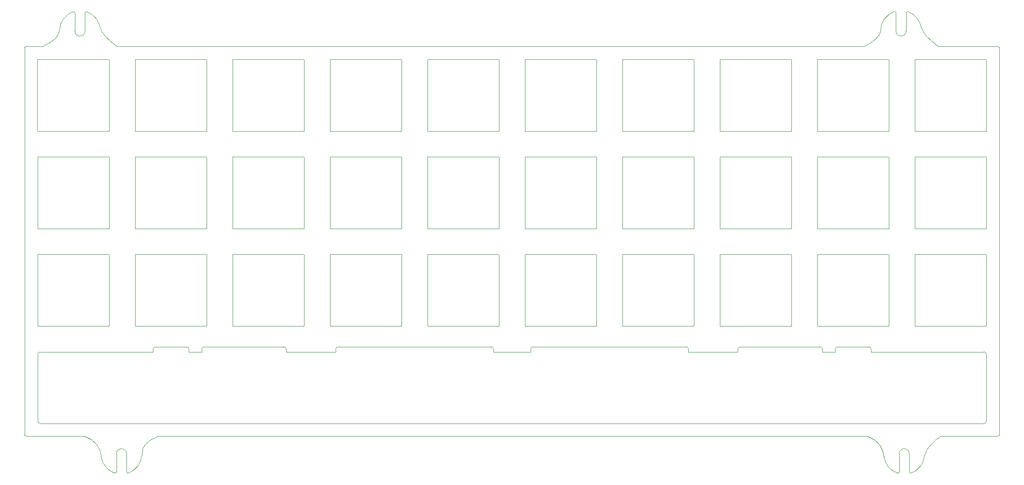
<source format=gbr>
G04 #@! TF.GenerationSoftware,KiCad,Pcbnew,(5.1.5-0-10_14)*
G04 #@! TF.CreationDate,2021-05-22T22:52:06+03:00*
G04 #@! TF.ProjectId,Umo FR4 Plates,556d6f20-4652-4342-9050-6c617465732e,rev?*
G04 #@! TF.SameCoordinates,Original*
G04 #@! TF.FileFunction,Profile,NP*
%FSLAX46Y46*%
G04 Gerber Fmt 4.6, Leading zero omitted, Abs format (unit mm)*
G04 Created by KiCad (PCBNEW (5.1.5-0-10_14)) date 2021-05-22 22:52:06*
%MOMM*%
%LPD*%
G04 APERTURE LIST*
%ADD10C,0.100000*%
G04 APERTURE END LIST*
D10*
X214711983Y-121617348D02*
X208711983Y-121617348D01*
X218211983Y-121617348D02*
X214711983Y-121617348D01*
X219498983Y-121617348D02*
X218211983Y-121617348D01*
X224261983Y-121617348D02*
X219498983Y-121617348D01*
X232498983Y-121617348D02*
X224261983Y-121617348D01*
X237261983Y-121617348D02*
X232498983Y-121617348D01*
X237761983Y-121117348D02*
G75*
G02X237261983Y-121617348I-500000J0D01*
G01*
X237761983Y-108117348D02*
X237761983Y-121117348D01*
X237261983Y-107617348D02*
G75*
G02X237761983Y-108117348I0J-500000D01*
G01*
X232498983Y-107617348D02*
X237261983Y-107617348D01*
X224261983Y-107617348D02*
X232498983Y-107617348D01*
X219498983Y-107617348D02*
X224261983Y-107617348D01*
X218211983Y-107617348D02*
X219498983Y-107617348D01*
X215211983Y-107617348D02*
X218211983Y-107617348D01*
X215211983Y-107117348D02*
X215211983Y-107617348D01*
X214711983Y-106617348D02*
G75*
G02X215211983Y-107117348I0J-500000D01*
G01*
X208711983Y-106617348D02*
X214711983Y-106617348D01*
X208211983Y-107117348D02*
G75*
G02X208711983Y-106617348I500000J0D01*
G01*
X208211983Y-107617348D02*
X208211983Y-107117348D01*
X205686983Y-107617348D02*
X208211983Y-107617348D01*
X205686983Y-107117348D02*
X205686983Y-107617348D01*
X205186983Y-106617348D02*
G75*
G02X205686983Y-107117348I0J-500000D01*
G01*
X199186983Y-106617348D02*
X205186983Y-106617348D01*
X195661983Y-106617348D02*
X199186983Y-106617348D01*
X192074983Y-106617348D02*
X195661983Y-106617348D01*
X189661983Y-106617348D02*
X192074983Y-106617348D01*
X189161983Y-107117348D02*
G75*
G02X189661983Y-106617348I500000J0D01*
G01*
X189161983Y-107617348D02*
X189161983Y-107117348D01*
X186161983Y-107617348D02*
X189161983Y-107617348D01*
X180111983Y-107617348D02*
X186161983Y-107617348D01*
X179524983Y-107617348D02*
X180111983Y-107617348D01*
X179524983Y-107117348D02*
X179524983Y-107617348D01*
X179024983Y-106617348D02*
G75*
G02X179524983Y-107117348I0J-500000D01*
G01*
X174198983Y-106617348D02*
X179024983Y-106617348D01*
X173024983Y-106617348D02*
X174198983Y-106617348D01*
X168198983Y-106617348D02*
X173024983Y-106617348D01*
X161086983Y-106617348D02*
X168198983Y-106617348D01*
X157561983Y-106617348D02*
X161086983Y-106617348D01*
X155148983Y-106617348D02*
X157561983Y-106617348D01*
X153974983Y-106617348D02*
X155148983Y-106617348D01*
X151561983Y-106617348D02*
X153974983Y-106617348D01*
X149148983Y-106617348D02*
X151561983Y-106617348D01*
X148648983Y-107117348D02*
G75*
G02X149148983Y-106617348I500000J0D01*
G01*
X148648983Y-107617348D02*
X148648983Y-107117348D01*
X148061983Y-107617348D02*
X148648983Y-107617348D01*
X142011983Y-107617348D02*
X148061983Y-107617348D01*
X141424983Y-107617348D02*
X142011983Y-107617348D01*
X141424983Y-107117348D02*
X141424983Y-107617348D01*
X140924983Y-106617348D02*
G75*
G02X141424983Y-107117348I0J-500000D01*
G01*
X138511983Y-106617348D02*
X140924983Y-106617348D01*
X136098983Y-106617348D02*
X138511983Y-106617348D01*
X134924983Y-106617348D02*
X136098983Y-106617348D01*
X132511983Y-106617348D02*
X134924983Y-106617348D01*
X130098983Y-106617348D02*
X132511983Y-106617348D01*
X122986983Y-106617348D02*
X130098983Y-106617348D01*
X117048983Y-106617348D02*
X122986983Y-106617348D01*
X115874983Y-106617348D02*
X117048983Y-106617348D01*
X111048983Y-106617348D02*
X115874983Y-106617348D01*
X110548983Y-107117348D02*
G75*
G02X111048983Y-106617348I500000J0D01*
G01*
X110548983Y-107617348D02*
X110548983Y-107117348D01*
X109961983Y-107617348D02*
X110548983Y-107617348D01*
X103911983Y-107617348D02*
X109961983Y-107617348D01*
X100911983Y-107617348D02*
X103911983Y-107617348D01*
X100911983Y-107117348D02*
X100911983Y-107617348D01*
X100411983Y-106617348D02*
G75*
G02X100911983Y-107117348I0J-500000D01*
G01*
X97998983Y-106617348D02*
X100411983Y-106617348D01*
X94411983Y-106617348D02*
X97998983Y-106617348D01*
X91998983Y-106617348D02*
X94411983Y-106617348D01*
X84886983Y-106617348D02*
X91998983Y-106617348D01*
X84386983Y-107117348D02*
G75*
G02X84886983Y-106617348I500000J0D01*
G01*
X84386983Y-107617348D02*
X84386983Y-107117348D01*
X81861983Y-107617348D02*
X84386983Y-107617348D01*
X81861983Y-107117348D02*
X81861983Y-107617348D01*
X81361983Y-106617348D02*
G75*
G02X81861983Y-107117348I0J-500000D01*
G01*
X75361983Y-106617348D02*
X81361983Y-106617348D01*
X74861983Y-107117348D02*
G75*
G02X75361983Y-106617348I500000J0D01*
G01*
X74861983Y-107617348D02*
X74861983Y-107117348D01*
X71861983Y-107617348D02*
X74861983Y-107617348D01*
X70574483Y-107617348D02*
X71861983Y-107617348D01*
X65811983Y-107617348D02*
X70574483Y-107617348D01*
X57574483Y-107617348D02*
X65811983Y-107617348D01*
X52811983Y-107617348D02*
X57574483Y-107617348D01*
X52311983Y-108117348D02*
G75*
G02X52811983Y-107617348I500000J0D01*
G01*
X52311983Y-121117348D02*
X52311983Y-108117348D01*
X52811983Y-121617348D02*
G75*
G02X52311983Y-121117348I0J500000D01*
G01*
X57574483Y-121617348D02*
X52811983Y-121617348D01*
X65811983Y-121617348D02*
X57574483Y-121617348D01*
X70574483Y-121617348D02*
X65811983Y-121617348D01*
X71861983Y-121617348D02*
X70574483Y-121617348D01*
X75361983Y-121617348D02*
X71861983Y-121617348D01*
X81361983Y-121617348D02*
X75361983Y-121617348D01*
X84861983Y-121617348D02*
X81361983Y-121617348D01*
X84874482Y-121617192D02*
X84861983Y-121617348D01*
X86149483Y-121617348D02*
X84874482Y-121617192D01*
X90886983Y-121617348D02*
X86149483Y-121617348D01*
X90911983Y-121617348D02*
X90886983Y-121617348D01*
X91998983Y-121617348D02*
X90911983Y-121617348D01*
X94411983Y-121617348D02*
X91998983Y-121617348D01*
X97998983Y-121617348D02*
X94411983Y-121617348D01*
X99149483Y-121617348D02*
X97998983Y-121617348D01*
X100411983Y-121617348D02*
X99149483Y-121617348D01*
X100436983Y-121617348D02*
X100411983Y-121617348D01*
X103911983Y-121617348D02*
X100436983Y-121617348D01*
X109961983Y-121617348D02*
X103911983Y-121617348D01*
X111048983Y-121617348D02*
X109961983Y-121617348D01*
X113436983Y-121617348D02*
X111048983Y-121617348D01*
X115874983Y-121617348D02*
X113436983Y-121617348D01*
X117048983Y-121617348D02*
X115874983Y-121617348D01*
X119486983Y-121617348D02*
X117048983Y-121617348D01*
X121874983Y-121617348D02*
X119486983Y-121617348D01*
X122961983Y-121617348D02*
X121874983Y-121617348D01*
X122986983Y-121617348D02*
X122961983Y-121617348D01*
X128986983Y-121617348D02*
X122986983Y-121617348D01*
X129011983Y-121617348D02*
X128986983Y-121617348D01*
X130098983Y-121617348D02*
X129011983Y-121617348D01*
X132486983Y-121617348D02*
X130098983Y-121617348D01*
X132511983Y-121617348D02*
X132486983Y-121617348D01*
X134924983Y-121617348D02*
X132511983Y-121617348D01*
X136098983Y-121617348D02*
X134924983Y-121617348D01*
X138511983Y-121617348D02*
X136098983Y-121617348D01*
X138536983Y-121617348D02*
X138511983Y-121617348D01*
X140924983Y-121617348D02*
X138536983Y-121617348D01*
X142011983Y-121617348D02*
X140924983Y-121617348D01*
X148061983Y-121617348D02*
X142011983Y-121617348D01*
X149148983Y-121617348D02*
X148061983Y-121617348D01*
X151536983Y-121617348D02*
X149148983Y-121617348D01*
X151561983Y-121617348D02*
X151536983Y-121617348D01*
X153974983Y-121617348D02*
X151561983Y-121617348D01*
X155148983Y-121617348D02*
X153974983Y-121617348D01*
X157561983Y-121617348D02*
X155148983Y-121617348D01*
X157586983Y-121617348D02*
X157561983Y-121617348D01*
X159974983Y-121617348D02*
X157586983Y-121617348D01*
X161061983Y-121617348D02*
X159974983Y-121617348D01*
X161086983Y-121617348D02*
X161061983Y-121617348D01*
X167086983Y-121617348D02*
X161086983Y-121617348D01*
X167111983Y-121617348D02*
X167086983Y-121617348D01*
X168198983Y-121617348D02*
X167111983Y-121617348D01*
X170586983Y-121617348D02*
X168198983Y-121617348D01*
X173024983Y-121617348D02*
X170586983Y-121617348D01*
X174198983Y-121617348D02*
X173024983Y-121617348D01*
X176636983Y-121617348D02*
X174198983Y-121617348D01*
X179024983Y-121617348D02*
X176636983Y-121617348D01*
X180111983Y-121617348D02*
X179024983Y-121617348D01*
X186161983Y-121617348D02*
X180111983Y-121617348D01*
X189636983Y-121617348D02*
X186161983Y-121617348D01*
X189661983Y-121617348D02*
X189636983Y-121617348D01*
X190924983Y-121617348D02*
X189661983Y-121617348D01*
X192074983Y-121617348D02*
X190924983Y-121617348D01*
X195661983Y-121617348D02*
X192074983Y-121617348D01*
X198074983Y-121617348D02*
X195661983Y-121617348D01*
X199161983Y-121617348D02*
X198074983Y-121617348D01*
X199186983Y-121617348D02*
X199161983Y-121617348D01*
X203924983Y-121617348D02*
X199186983Y-121617348D01*
X205186983Y-121617348D02*
X203924983Y-121617348D01*
X205211983Y-121617348D02*
X205186983Y-121617348D01*
X208711983Y-121617348D02*
X205211983Y-121617348D01*
X220348743Y-131326097D02*
G75*
G02X217739182Y-128228343I1333334J3771236D01*
G01*
X61566690Y-41335463D02*
G75*
G02X61900023Y-41099761I250000J0D01*
G01*
X220682077Y-127554964D02*
X220682077Y-131090395D01*
X240013761Y-124120640D02*
X228881910Y-124120640D01*
X240013761Y-47920640D02*
G75*
G02X240263761Y-48170640I0J-250000D01*
G01*
X217071032Y-44684673D02*
G75*
G02X219733357Y-41099761I3995658J-186324D01*
G01*
X59233357Y-41099755D02*
G75*
G02X59566690Y-41335457I83333J-235702D01*
G01*
X61566690Y-44870997D02*
X61566690Y-41335463D01*
X61566690Y-44870997D02*
G75*
G02X59566690Y-44870997I-1000000J0D01*
G01*
X222682077Y-127554861D02*
X222682077Y-131090401D01*
X49763761Y-48170640D02*
G75*
G02X50013761Y-47920640I250000J0D01*
G01*
X227769933Y-124836437D02*
X228881910Y-124120640D01*
X226855878Y-125672761D02*
X227769933Y-124836437D01*
X226165573Y-126645341D02*
X226855878Y-125672761D01*
X225677739Y-127741220D02*
X226165573Y-126645341D01*
X227028390Y-46886996D02*
X228337125Y-47920640D01*
X226010995Y-45916203D02*
X227028390Y-46886996D01*
X225342237Y-45020621D02*
X226010995Y-45916203D01*
X225009591Y-44197549D02*
X225342237Y-45020621D01*
X222066690Y-44870997D02*
X222066690Y-41335463D01*
X59566690Y-44870997D02*
X59566690Y-41335457D01*
X220066690Y-44870997D02*
X220066690Y-41335463D01*
X223015410Y-131326103D02*
G75*
G02X222682077Y-131090401I-83333J235702D01*
G01*
X219733357Y-41099761D02*
G75*
G02X220066690Y-41335463I83333J-235702D01*
G01*
X222066690Y-44870997D02*
G75*
G02X220066690Y-44870997I-1000000J0D01*
G01*
X222400024Y-41099761D02*
G75*
G02X225009591Y-44197549I-1333334J-3771236D01*
G01*
X220682077Y-127554964D02*
G75*
G02X222682077Y-127554861I1000000J103D01*
G01*
X222066690Y-41335463D02*
G75*
G02X222400023Y-41099761I250000J0D01*
G01*
X61900024Y-41099758D02*
G75*
G02X64509591Y-44197549I-1333338J-3771239D01*
G01*
X225677738Y-127741220D02*
G75*
G02X223015410Y-131326103I-3995661J186359D01*
G01*
X50013761Y-47920640D02*
X53336829Y-47920640D01*
X220682077Y-131090395D02*
G75*
G02X220348744Y-131326097I-250000J0D01*
G01*
X66528390Y-46886996D02*
X67837125Y-47920640D01*
X65510995Y-45916203D02*
X66528390Y-46886996D01*
X64842237Y-45020621D02*
X65510995Y-45916203D01*
X64509591Y-44197549D02*
X64842237Y-45020621D01*
X228337125Y-47920640D02*
X240013761Y-47920640D01*
X215165694Y-47155191D02*
X213836829Y-47920640D01*
X216174383Y-46362929D02*
X215165694Y-47155191D01*
X216803578Y-45538884D02*
X216174383Y-46362929D01*
X217071038Y-44684545D02*
X216803578Y-45538884D01*
X49763761Y-123870640D02*
X49763761Y-48170640D01*
X240263761Y-123870640D02*
G75*
G02X240013761Y-124120640I-250000J0D01*
G01*
X56571024Y-44684672D02*
G75*
G02X59233357Y-41099755I3995662J-186325D01*
G01*
X54665694Y-47155191D02*
X53336829Y-47920640D01*
X55674383Y-46362929D02*
X54665694Y-47155191D01*
X56303578Y-45538884D02*
X55674383Y-46362929D01*
X56571038Y-44684545D02*
X56303578Y-45538884D01*
X61432508Y-124120640D02*
X50013761Y-124120640D01*
X69682077Y-127554861D02*
X69682077Y-131090395D01*
X67837125Y-47920640D02*
X213836829Y-47920640D01*
X70015410Y-131326097D02*
G75*
G02X69682077Y-131090395I-83333J235702D01*
G01*
X214432508Y-124120640D02*
X75881910Y-124120640D01*
X240263761Y-48170640D02*
X240263761Y-123870640D01*
X67348743Y-131326097D02*
G75*
G02X64739200Y-128228451I1333334J3771236D01*
G01*
X72677728Y-127741331D02*
G75*
G02X70015410Y-131326097I-3995651J186470D01*
G01*
X67682077Y-127554878D02*
X67682077Y-131090395D01*
X50013761Y-124120640D02*
G75*
G02X49763761Y-123870640I0J250000D01*
G01*
X66266708Y-50503065D02*
X66266708Y-64403065D01*
X66216708Y-50453065D02*
G75*
G02X66266708Y-50503065I0J-50000D01*
G01*
X52316708Y-50453065D02*
X66216708Y-50453065D01*
X52266708Y-50503065D02*
G75*
G02X52316708Y-50453065I50000J0D01*
G01*
X52266708Y-64403065D02*
X52266708Y-50503065D01*
X52316708Y-64453065D02*
G75*
G02X52266708Y-64403065I0J50000D01*
G01*
X66216708Y-64453065D02*
X52316708Y-64453065D01*
X66266708Y-64403065D02*
G75*
G02X66216708Y-64453065I-50000J0D01*
G01*
X215788717Y-124784766D02*
X214432508Y-124120640D01*
X216807005Y-125680409D02*
X215788717Y-124784766D01*
X217444667Y-126836828D02*
X216807005Y-125680409D01*
X217739182Y-128228343D02*
X217444667Y-126836828D01*
X62798560Y-124770537D02*
X61432508Y-124120640D01*
X63820223Y-125661181D02*
X62798560Y-124770537D01*
X64454285Y-126822780D02*
X63820223Y-125661181D01*
X64739200Y-128228451D02*
X64454285Y-126822780D01*
X67682077Y-127554879D02*
G75*
G02X69682077Y-127554861I1000000J18D01*
G01*
X67682077Y-131090395D02*
G75*
G02X67348744Y-131326097I-250000J0D01*
G01*
X74446425Y-124769008D02*
X75881910Y-124120640D01*
X73407953Y-125578077D02*
X74446425Y-124769008D01*
X72829332Y-126573281D02*
X73407953Y-125578077D01*
X72677728Y-127741330D02*
X72829332Y-126573281D01*
X223740000Y-88610000D02*
G75*
G02X223790000Y-88560000I50000J0D01*
G01*
X223740000Y-102510000D02*
X223740000Y-88610000D01*
X223790000Y-102560000D02*
G75*
G02X223740000Y-102510000I0J50000D01*
G01*
X237690000Y-102560000D02*
X223790000Y-102560000D01*
X237740000Y-102510000D02*
G75*
G02X237690000Y-102560000I-50000J0D01*
G01*
X237740000Y-88610000D02*
X237740000Y-102510000D01*
X237690000Y-88560000D02*
G75*
G02X237740000Y-88610000I0J-50000D01*
G01*
X223790000Y-88560000D02*
X237690000Y-88560000D01*
X204690000Y-88610000D02*
G75*
G02X204740000Y-88560000I50000J0D01*
G01*
X204690000Y-102510000D02*
X204690000Y-88610000D01*
X204740000Y-102560000D02*
G75*
G02X204690000Y-102510000I0J50000D01*
G01*
X218640000Y-102560000D02*
X204740000Y-102560000D01*
X218690000Y-102510000D02*
G75*
G02X218640000Y-102560000I-50000J0D01*
G01*
X218690000Y-88610000D02*
X218690000Y-102510000D01*
X218640000Y-88560000D02*
G75*
G02X218690000Y-88610000I0J-50000D01*
G01*
X204740000Y-88560000D02*
X218640000Y-88560000D01*
X185640000Y-88610000D02*
G75*
G02X185690000Y-88560000I50000J0D01*
G01*
X185640000Y-102510000D02*
X185640000Y-88610000D01*
X185690000Y-102560000D02*
G75*
G02X185640000Y-102510000I0J50000D01*
G01*
X199590000Y-102560000D02*
X185690000Y-102560000D01*
X199640000Y-102510000D02*
G75*
G02X199590000Y-102560000I-50000J0D01*
G01*
X199640000Y-88610000D02*
X199640000Y-102510000D01*
X199590000Y-88560000D02*
G75*
G02X199640000Y-88610000I0J-50000D01*
G01*
X185690000Y-88560000D02*
X199590000Y-88560000D01*
X166590000Y-88610000D02*
G75*
G02X166640000Y-88560000I50000J0D01*
G01*
X166590000Y-102510000D02*
X166590000Y-88610000D01*
X166640000Y-102560000D02*
G75*
G02X166590000Y-102510000I0J50000D01*
G01*
X180540000Y-102560000D02*
X166640000Y-102560000D01*
X180590000Y-102510000D02*
G75*
G02X180540000Y-102560000I-50000J0D01*
G01*
X180590000Y-88610000D02*
X180590000Y-102510000D01*
X180540000Y-88560000D02*
G75*
G02X180590000Y-88610000I0J-50000D01*
G01*
X166640000Y-88560000D02*
X180540000Y-88560000D01*
X147540000Y-88610000D02*
G75*
G02X147590000Y-88560000I50000J0D01*
G01*
X147540000Y-102510000D02*
X147540000Y-88610000D01*
X147590000Y-102560000D02*
G75*
G02X147540000Y-102510000I0J50000D01*
G01*
X161490000Y-102560000D02*
X147590000Y-102560000D01*
X161540000Y-102510000D02*
G75*
G02X161490000Y-102560000I-50000J0D01*
G01*
X161540000Y-88610000D02*
X161540000Y-102510000D01*
X161490000Y-88560000D02*
G75*
G02X161540000Y-88610000I0J-50000D01*
G01*
X147590000Y-88560000D02*
X161490000Y-88560000D01*
X128490000Y-88610000D02*
G75*
G02X128540000Y-88560000I50000J0D01*
G01*
X128490000Y-102510000D02*
X128490000Y-88610000D01*
X128540000Y-102560000D02*
G75*
G02X128490000Y-102510000I0J50000D01*
G01*
X142440000Y-102560000D02*
X128540000Y-102560000D01*
X142490000Y-102510000D02*
G75*
G02X142440000Y-102560000I-50000J0D01*
G01*
X142490000Y-88610000D02*
X142490000Y-102510000D01*
X142440000Y-88560000D02*
G75*
G02X142490000Y-88610000I0J-50000D01*
G01*
X128540000Y-88560000D02*
X142440000Y-88560000D01*
X109440000Y-88610000D02*
G75*
G02X109490000Y-88560000I50000J0D01*
G01*
X109440000Y-102510000D02*
X109440000Y-88610000D01*
X109490000Y-102560000D02*
G75*
G02X109440000Y-102510000I0J50000D01*
G01*
X123390000Y-102560000D02*
X109490000Y-102560000D01*
X123440000Y-102510000D02*
G75*
G02X123390000Y-102560000I-50000J0D01*
G01*
X123440000Y-88610000D02*
X123440000Y-102510000D01*
X123390000Y-88560000D02*
G75*
G02X123440000Y-88610000I0J-50000D01*
G01*
X109490000Y-88560000D02*
X123390000Y-88560000D01*
X90390000Y-88610000D02*
G75*
G02X90440000Y-88560000I50000J0D01*
G01*
X90390000Y-102510000D02*
X90390000Y-88610000D01*
X90440000Y-102560000D02*
G75*
G02X90390000Y-102510000I0J50000D01*
G01*
X104340000Y-102560000D02*
X90440000Y-102560000D01*
X104390000Y-102510000D02*
G75*
G02X104340000Y-102560000I-50000J0D01*
G01*
X104390000Y-88610000D02*
X104390000Y-102510000D01*
X104340000Y-88560000D02*
G75*
G02X104390000Y-88610000I0J-50000D01*
G01*
X90440000Y-88560000D02*
X104340000Y-88560000D01*
X71340000Y-88610000D02*
G75*
G02X71390000Y-88560000I50000J0D01*
G01*
X71340000Y-102510000D02*
X71340000Y-88610000D01*
X71390000Y-102560000D02*
G75*
G02X71340000Y-102510000I0J50000D01*
G01*
X85290000Y-102560000D02*
X71390000Y-102560000D01*
X85340000Y-102510000D02*
G75*
G02X85290000Y-102560000I-50000J0D01*
G01*
X85340000Y-88610000D02*
X85340000Y-102510000D01*
X85290000Y-88560000D02*
G75*
G02X85340000Y-88610000I0J-50000D01*
G01*
X71390000Y-88560000D02*
X85290000Y-88560000D01*
X52290000Y-88610000D02*
G75*
G02X52340000Y-88560000I50000J0D01*
G01*
X52290000Y-102510000D02*
X52290000Y-88610000D01*
X52340000Y-102560000D02*
G75*
G02X52290000Y-102510000I0J50000D01*
G01*
X66240000Y-102560000D02*
X52340000Y-102560000D01*
X66290000Y-102510000D02*
G75*
G02X66240000Y-102560000I-50000J0D01*
G01*
X66290000Y-88610000D02*
X66290000Y-102510000D01*
X66240000Y-88560000D02*
G75*
G02X66290000Y-88610000I0J-50000D01*
G01*
X52340000Y-88560000D02*
X66240000Y-88560000D01*
X223740000Y-69560000D02*
G75*
G02X223790000Y-69510000I50000J0D01*
G01*
X223740000Y-83460000D02*
X223740000Y-69560000D01*
X223790000Y-83510000D02*
G75*
G02X223740000Y-83460000I0J50000D01*
G01*
X237690000Y-83510000D02*
X223790000Y-83510000D01*
X237740000Y-83460000D02*
G75*
G02X237690000Y-83510000I-50000J0D01*
G01*
X237740000Y-69560000D02*
X237740000Y-83460000D01*
X237690000Y-69510000D02*
G75*
G02X237740000Y-69560000I0J-50000D01*
G01*
X223790000Y-69510000D02*
X237690000Y-69510000D01*
X204690000Y-69560000D02*
G75*
G02X204740000Y-69510000I50000J0D01*
G01*
X204690000Y-83460000D02*
X204690000Y-69560000D01*
X204740000Y-83510000D02*
G75*
G02X204690000Y-83460000I0J50000D01*
G01*
X218640000Y-83510000D02*
X204740000Y-83510000D01*
X218690000Y-83460000D02*
G75*
G02X218640000Y-83510000I-50000J0D01*
G01*
X218690000Y-69560000D02*
X218690000Y-83460000D01*
X218640000Y-69510000D02*
G75*
G02X218690000Y-69560000I0J-50000D01*
G01*
X204740000Y-69510000D02*
X218640000Y-69510000D01*
X185640000Y-69560000D02*
G75*
G02X185690000Y-69510000I50000J0D01*
G01*
X185640000Y-83460000D02*
X185640000Y-69560000D01*
X185690000Y-83510000D02*
G75*
G02X185640000Y-83460000I0J50000D01*
G01*
X199590000Y-83510000D02*
X185690000Y-83510000D01*
X199640000Y-83460000D02*
G75*
G02X199590000Y-83510000I-50000J0D01*
G01*
X199640000Y-69560000D02*
X199640000Y-83460000D01*
X199590000Y-69510000D02*
G75*
G02X199640000Y-69560000I0J-50000D01*
G01*
X185690000Y-69510000D02*
X199590000Y-69510000D01*
X166590000Y-69560000D02*
G75*
G02X166640000Y-69510000I50000J0D01*
G01*
X166590000Y-83460000D02*
X166590000Y-69560000D01*
X166640000Y-83510000D02*
G75*
G02X166590000Y-83460000I0J50000D01*
G01*
X180540000Y-83510000D02*
X166640000Y-83510000D01*
X180590000Y-83460000D02*
G75*
G02X180540000Y-83510000I-50000J0D01*
G01*
X180590000Y-69560000D02*
X180590000Y-83460000D01*
X180540000Y-69510000D02*
G75*
G02X180590000Y-69560000I0J-50000D01*
G01*
X166640000Y-69510000D02*
X180540000Y-69510000D01*
X147540000Y-69560000D02*
G75*
G02X147590000Y-69510000I50000J0D01*
G01*
X147540000Y-83460000D02*
X147540000Y-69560000D01*
X147590000Y-83510000D02*
G75*
G02X147540000Y-83460000I0J50000D01*
G01*
X161490000Y-83510000D02*
X147590000Y-83510000D01*
X161540000Y-83460000D02*
G75*
G02X161490000Y-83510000I-50000J0D01*
G01*
X161540000Y-69560000D02*
X161540000Y-83460000D01*
X161490000Y-69510000D02*
G75*
G02X161540000Y-69560000I0J-50000D01*
G01*
X147590000Y-69510000D02*
X161490000Y-69510000D01*
X128490000Y-69560000D02*
G75*
G02X128540000Y-69510000I50000J0D01*
G01*
X128490000Y-83460000D02*
X128490000Y-69560000D01*
X128540000Y-83510000D02*
G75*
G02X128490000Y-83460000I0J50000D01*
G01*
X142440000Y-83510000D02*
X128540000Y-83510000D01*
X142490000Y-83460000D02*
G75*
G02X142440000Y-83510000I-50000J0D01*
G01*
X142490000Y-69560000D02*
X142490000Y-83460000D01*
X142440000Y-69510000D02*
G75*
G02X142490000Y-69560000I0J-50000D01*
G01*
X128540000Y-69510000D02*
X142440000Y-69510000D01*
X109440000Y-69560000D02*
G75*
G02X109490000Y-69510000I50000J0D01*
G01*
X109440000Y-83460000D02*
X109440000Y-69560000D01*
X109490000Y-83510000D02*
G75*
G02X109440000Y-83460000I0J50000D01*
G01*
X123390000Y-83510000D02*
X109490000Y-83510000D01*
X123440000Y-83460000D02*
G75*
G02X123390000Y-83510000I-50000J0D01*
G01*
X123440000Y-69560000D02*
X123440000Y-83460000D01*
X123390000Y-69510000D02*
G75*
G02X123440000Y-69560000I0J-50000D01*
G01*
X109490000Y-69510000D02*
X123390000Y-69510000D01*
X90390000Y-69560000D02*
G75*
G02X90440000Y-69510000I50000J0D01*
G01*
X90390000Y-83460000D02*
X90390000Y-69560000D01*
X90440000Y-83510000D02*
G75*
G02X90390000Y-83460000I0J50000D01*
G01*
X104340000Y-83510000D02*
X90440000Y-83510000D01*
X104390000Y-83460000D02*
G75*
G02X104340000Y-83510000I-50000J0D01*
G01*
X104390000Y-69560000D02*
X104390000Y-83460000D01*
X104340000Y-69510000D02*
G75*
G02X104390000Y-69560000I0J-50000D01*
G01*
X90440000Y-69510000D02*
X104340000Y-69510000D01*
X71340000Y-69560000D02*
G75*
G02X71390000Y-69510000I50000J0D01*
G01*
X71340000Y-83460000D02*
X71340000Y-69560000D01*
X71390000Y-83510000D02*
G75*
G02X71340000Y-83460000I0J50000D01*
G01*
X85290000Y-83510000D02*
X71390000Y-83510000D01*
X85340000Y-83460000D02*
G75*
G02X85290000Y-83510000I-50000J0D01*
G01*
X85340000Y-69560000D02*
X85340000Y-83460000D01*
X85290000Y-69510000D02*
G75*
G02X85340000Y-69560000I0J-50000D01*
G01*
X71390000Y-69510000D02*
X85290000Y-69510000D01*
X52290000Y-69560000D02*
G75*
G02X52340000Y-69510000I50000J0D01*
G01*
X52290000Y-83460000D02*
X52290000Y-69560000D01*
X52340000Y-83510000D02*
G75*
G02X52290000Y-83460000I0J50000D01*
G01*
X66240000Y-83510000D02*
X52340000Y-83510000D01*
X66290000Y-83460000D02*
G75*
G02X66240000Y-83510000I-50000J0D01*
G01*
X66290000Y-69560000D02*
X66290000Y-83460000D01*
X66240000Y-69510000D02*
G75*
G02X66290000Y-69560000I0J-50000D01*
G01*
X52340000Y-69510000D02*
X66240000Y-69510000D01*
X223740000Y-50510000D02*
G75*
G02X223790000Y-50460000I50000J0D01*
G01*
X223740000Y-64410000D02*
X223740000Y-50510000D01*
X223790000Y-64460000D02*
G75*
G02X223740000Y-64410000I0J50000D01*
G01*
X237690000Y-64460000D02*
X223790000Y-64460000D01*
X237740000Y-64410000D02*
G75*
G02X237690000Y-64460000I-50000J0D01*
G01*
X237740000Y-50510000D02*
X237740000Y-64410000D01*
X237690000Y-50460000D02*
G75*
G02X237740000Y-50510000I0J-50000D01*
G01*
X223790000Y-50460000D02*
X237690000Y-50460000D01*
X204690000Y-50510000D02*
G75*
G02X204740000Y-50460000I50000J0D01*
G01*
X204690000Y-64410000D02*
X204690000Y-50510000D01*
X204740000Y-64460000D02*
G75*
G02X204690000Y-64410000I0J50000D01*
G01*
X218640000Y-64460000D02*
X204740000Y-64460000D01*
X218690000Y-64410000D02*
G75*
G02X218640000Y-64460000I-50000J0D01*
G01*
X218690000Y-50510000D02*
X218690000Y-64410000D01*
X218640000Y-50460000D02*
G75*
G02X218690000Y-50510000I0J-50000D01*
G01*
X204740000Y-50460000D02*
X218640000Y-50460000D01*
X185640000Y-50510000D02*
G75*
G02X185690000Y-50460000I50000J0D01*
G01*
X185640000Y-64410000D02*
X185640000Y-50510000D01*
X185690000Y-64460000D02*
G75*
G02X185640000Y-64410000I0J50000D01*
G01*
X199590000Y-64460000D02*
X185690000Y-64460000D01*
X199640000Y-64410000D02*
G75*
G02X199590000Y-64460000I-50000J0D01*
G01*
X199640000Y-50510000D02*
X199640000Y-64410000D01*
X199590000Y-50460000D02*
G75*
G02X199640000Y-50510000I0J-50000D01*
G01*
X185690000Y-50460000D02*
X199590000Y-50460000D01*
X166590000Y-50510000D02*
G75*
G02X166640000Y-50460000I50000J0D01*
G01*
X166590000Y-64410000D02*
X166590000Y-50510000D01*
X166640000Y-64460000D02*
G75*
G02X166590000Y-64410000I0J50000D01*
G01*
X180540000Y-64460000D02*
X166640000Y-64460000D01*
X180590000Y-64410000D02*
G75*
G02X180540000Y-64460000I-50000J0D01*
G01*
X180590000Y-50510000D02*
X180590000Y-64410000D01*
X180540000Y-50460000D02*
G75*
G02X180590000Y-50510000I0J-50000D01*
G01*
X166640000Y-50460000D02*
X180540000Y-50460000D01*
X147540000Y-50510000D02*
G75*
G02X147590000Y-50460000I50000J0D01*
G01*
X147540000Y-64410000D02*
X147540000Y-50510000D01*
X147590000Y-64460000D02*
G75*
G02X147540000Y-64410000I0J50000D01*
G01*
X161490000Y-64460000D02*
X147590000Y-64460000D01*
X123440000Y-50510000D02*
X123440000Y-64410000D01*
X123390000Y-50460000D02*
G75*
G02X123440000Y-50510000I0J-50000D01*
G01*
X109490000Y-50460000D02*
X123390000Y-50460000D01*
X90390000Y-50510000D02*
G75*
G02X90440000Y-50460000I50000J0D01*
G01*
X161540000Y-64410000D02*
G75*
G02X161490000Y-64460000I-50000J0D01*
G01*
X161540000Y-50510000D02*
X161540000Y-64410000D01*
X161490000Y-50460000D02*
G75*
G02X161540000Y-50510000I0J-50000D01*
G01*
X147590000Y-50460000D02*
X161490000Y-50460000D01*
X128490000Y-50510000D02*
G75*
G02X128540000Y-50460000I50000J0D01*
G01*
X128490000Y-64410000D02*
X128490000Y-50510000D01*
X128540000Y-64460000D02*
G75*
G02X128490000Y-64410000I0J50000D01*
G01*
X142440000Y-64460000D02*
X128540000Y-64460000D01*
X142490000Y-64410000D02*
G75*
G02X142440000Y-64460000I-50000J0D01*
G01*
X142490000Y-50510000D02*
X142490000Y-64410000D01*
X142440000Y-50460000D02*
G75*
G02X142490000Y-50510000I0J-50000D01*
G01*
X128540000Y-50460000D02*
X142440000Y-50460000D01*
X109440000Y-50510000D02*
G75*
G02X109490000Y-50460000I50000J0D01*
G01*
X109440000Y-64410000D02*
X109440000Y-50510000D01*
X109490000Y-64460000D02*
G75*
G02X109440000Y-64410000I0J50000D01*
G01*
X123390000Y-64460000D02*
X109490000Y-64460000D01*
X123440000Y-64410000D02*
G75*
G02X123390000Y-64460000I-50000J0D01*
G01*
X104390000Y-50510000D02*
X104390000Y-64410000D01*
X104340000Y-50460000D02*
G75*
G02X104390000Y-50510000I0J-50000D01*
G01*
X90440000Y-50460000D02*
X104340000Y-50460000D01*
X71340000Y-50510000D02*
G75*
G02X71390000Y-50460000I50000J0D01*
G01*
X71340000Y-64410000D02*
X71340000Y-50510000D01*
X71390000Y-64460000D02*
G75*
G02X71340000Y-64410000I0J50000D01*
G01*
X85290000Y-64460000D02*
X71390000Y-64460000D01*
X85340000Y-64410000D02*
G75*
G02X85290000Y-64460000I-50000J0D01*
G01*
X85340000Y-50510000D02*
X85340000Y-64410000D01*
X85290000Y-50460000D02*
G75*
G02X85340000Y-50510000I0J-50000D01*
G01*
X71390000Y-50460000D02*
X85290000Y-50460000D01*
X90390000Y-64410000D02*
X90390000Y-50510000D01*
X90440000Y-64460000D02*
G75*
G02X90390000Y-64410000I0J50000D01*
G01*
X104340000Y-64460000D02*
X90440000Y-64460000D01*
X104390000Y-64410000D02*
G75*
G02X104340000Y-64460000I-50000J0D01*
G01*
M02*

</source>
